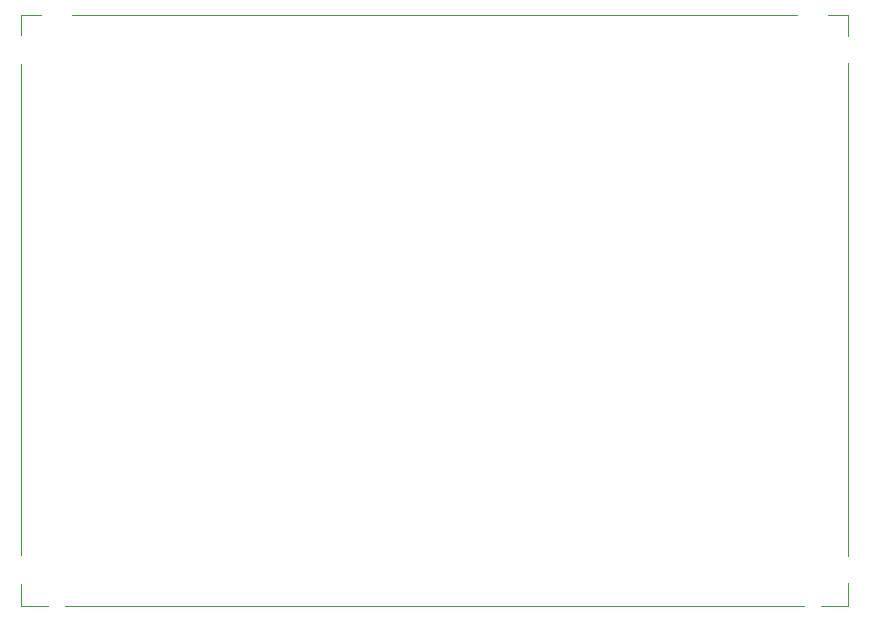
<source format=gbr>
%TF.GenerationSoftware,KiCad,Pcbnew,6.0.11-2627ca5db0~126~ubuntu20.04.1*%
%TF.CreationDate,2023-08-16T23:13:59-05:00*%
%TF.ProjectId,runLimiter,72756e4c-696d-4697-9465-722e6b696361,01*%
%TF.SameCoordinates,Original*%
%TF.FileFunction,Legend,Bot*%
%TF.FilePolarity,Positive*%
%FSLAX46Y46*%
G04 Gerber Fmt 4.6, Leading zero omitted, Abs format (unit mm)*
G04 Created by KiCad (PCBNEW 6.0.11-2627ca5db0~126~ubuntu20.04.1) date 2023-08-16 23:13:59*
%MOMM*%
%LPD*%
G01*
G04 APERTURE LIST*
%TA.AperFunction,Profile*%
%ADD10C,0.100000*%
%TD*%
%ADD11C,6.400000*%
%ADD12C,1.600000*%
%ADD13O,1.600000X1.600000*%
%ADD14R,1.700000X1.700000*%
%ADD15O,1.700000X1.700000*%
%ADD16R,2.200000X2.200000*%
%ADD17O,2.200000X2.200000*%
%ADD18C,3.000000*%
%ADD19C,2.500000*%
%ADD20R,1.600000X1.600000*%
%ADD21R,1.050000X1.500000*%
%ADD22O,1.050000X1.500000*%
%ADD23R,1.905000X2.000000*%
%ADD24O,1.905000X2.000000*%
%ADD25R,1.800000X1.800000*%
%ADD26C,1.800000*%
%ADD27C,2.000000*%
%ADD28R,1.727200X1.727200*%
%ADD29O,1.727200X1.727200*%
G04 APERTURE END LIST*
D10*
X0Y0D02*
X70000000Y0D01*
X70000000Y0D02*
X70000000Y-50000000D01*
X70000000Y-50000000D02*
X0Y-50000000D01*
X0Y-50000000D02*
X0Y0D01*
%LPC*%
D11*
%TO.C,REF\u002A\u002A*%
X3000000Y-3000000D03*
%TD*%
D12*
%TO.C,R3*%
X22000000Y-38000000D03*
D13*
X32160000Y-38000000D03*
%TD*%
D14*
%TO.C,J3*%
X55975000Y-40000000D03*
D15*
X58515000Y-40000000D03*
X61055000Y-40000000D03*
%TD*%
D16*
%TO.C,D2*%
X55500000Y-46000000D03*
D17*
X45340000Y-46000000D03*
%TD*%
D11*
%TO.C,REF\u002A\u002A*%
X3000000Y-47000000D03*
%TD*%
D18*
%TO.C,K1*%
X59000000Y-16500000D03*
D19*
X52950000Y-18450000D03*
D18*
X52950000Y-30650000D03*
X65000000Y-30700000D03*
D19*
X64950000Y-18450000D03*
%TD*%
D11*
%TO.C,REF\u002A\u002A*%
X67000000Y-47000000D03*
%TD*%
D14*
%TO.C,J1*%
X7590000Y-12700000D03*
D15*
X7590000Y-15240000D03*
%TD*%
D14*
%TO.C,J2*%
X45500000Y-17800000D03*
D15*
X45500000Y-20340000D03*
%TD*%
D20*
%TO.C,C2*%
X12460000Y-25500000D03*
D12*
X14960000Y-25500000D03*
%TD*%
%TO.C,R1*%
X7500000Y-37080000D03*
D13*
X7500000Y-26920000D03*
%TD*%
D21*
%TO.C,U1*%
X16270000Y-18000000D03*
D22*
X15000000Y-18000000D03*
X13730000Y-18000000D03*
%TD*%
D12*
%TO.C,R2*%
X41080000Y-43000000D03*
D13*
X30920000Y-43000000D03*
%TD*%
D23*
%TO.C,Q2*%
X43500000Y-26690000D03*
D24*
X40960000Y-26690000D03*
X38420000Y-26690000D03*
%TD*%
D25*
%TO.C,D1*%
X16000000Y-34500000D03*
D26*
X13460000Y-34500000D03*
%TD*%
D27*
%TO.C,C3*%
X38500000Y-12000000D03*
X38500000Y-22000000D03*
%TD*%
D28*
%TO.C,U2*%
X31000000Y-20040000D03*
D29*
X31000000Y-17500000D03*
X28460000Y-20040000D03*
X28460000Y-17500000D03*
X25920000Y-20040000D03*
X25920000Y-17500000D03*
X23380000Y-20040000D03*
X23380000Y-17500000D03*
%TD*%
D21*
%TO.C,Q1*%
X39690000Y-36501115D03*
D22*
X40960000Y-36501115D03*
X42230000Y-36501115D03*
%TD*%
D20*
%TO.C,C1*%
X15500000Y-7960000D03*
D12*
X15500000Y-10460000D03*
%TD*%
D11*
%TO.C,REF\u002A\u002A*%
X67000000Y-3000000D03*
%TD*%
M02*

</source>
